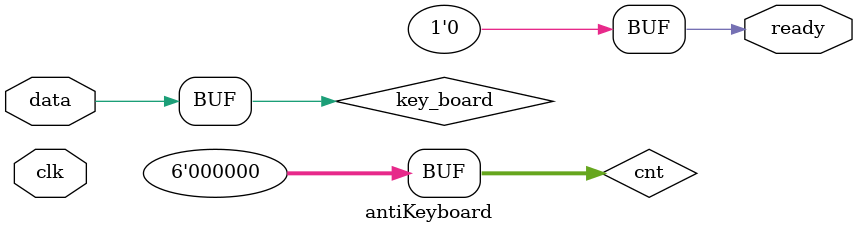
<source format=v>
`timescale 1ns / 1ps


module ps2_keyboard (input clk, clrn, ps2_clk, ps2_data, rdn, 
            output [7:0] data, 
            output ready,overflow);
  reg overflow;     // fifo overflow
  reg [3:0] count;     // count ps2_data bits, internal signal, for test
  reg [9:0] buffer;     // ps2_data bits
  reg [7:0] fifo[7:0];   // data fifo
  reg [2:0] w_ptr, r_ptr;  // fifo write and read pointers
  reg [2:0] ps2_clk_sync;

  always @ (posedge clk) begin
    ps2_clk_sync <= {ps2_clk_sync[1:0],ps2_clk};
  end
  wire sampling = ps2_clk_sync[2] & ~ps2_clk_sync[1];
  always @ (posedge clk) begin
    if (clrn == 0) begin
        count <= 0;
        w_ptr <= 0;
        r_ptr <= 0;
        overflow <= 0;
    end else if (sampling) begin
        if (count == 4'd10) begin
            if ((buffer[0] == 0) &&   // start bit
               (ps2_data) &&     // stop bit
               (~buffer[9:1])) begin   // 
                   fifo[w_ptr] <= buffer[8:1];   // kbd scan code
                   w_ptr <= w_ptr + 3'b1;
                   overflow <= overflow |  (r_ptr == (w_ptr + 3'b1));
                          end  
                   count <= 0; // for next
            end else begin
                   buffer[count] <= ps2_data;   // store ps2_data
                   count <= count + 3'b1;   // count ps2_data bits
            end
        end
        if (!rdn && ready) begin
          r_ptr <= r_ptr + 3'b1;
          overflow <= 0;
        end
   end
assign ready = (w_ptr != r_ptr);
assign data = fifo[r_ptr];
endmodule


module antiKeyboard(
    input data,
    input clk,
    output ready
);
reg [5:0]cnt;
always @(clk) begin
    if(data==8'h1c||data==8'h23||data==8'h1d||data==8'h1b)
        cnt<=cnt+1;
    else
        cnt<=0;
end

assign ready=cnt[4];
assign key_board=data;
    

endmodule


</source>
